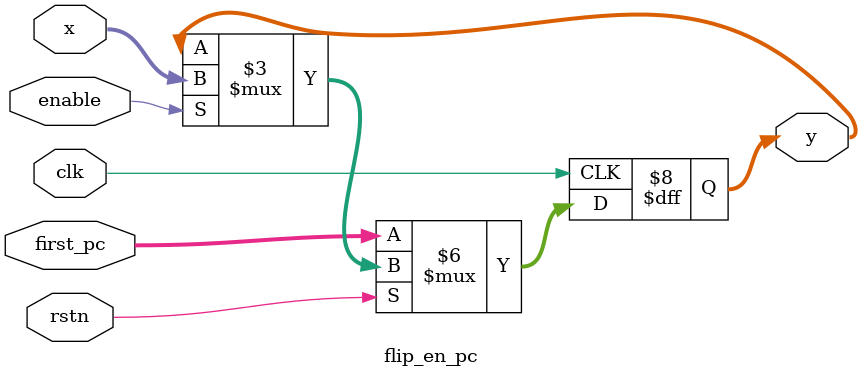
<source format=sv>
`default_nettype wire
module flip_en_clr_1 (
	input logic clk,
	input logic rstn,
	input logic enable,
	input logic clr,
	input logic x,
	output logic y
);
	always_ff @(posedge clk) begin
        if (~rstn || clr) begin
			y <= 0;
        end else if (enable)begin
          	y <= x;
        end
	end
endmodule

module flip_en_clr #(
	parameter N = 32
) (
	input logic clk,
	input logic rstn,
	input logic enable,
	input logic clr,
	input logic [N-1:0] x,
	output logic [N-1:0] y
);
	always_ff @(posedge clk) begin
		if (~rstn || clr) begin
			y <= 0;
		end
		else if(enable) begin
			y <= x;
		end
	end
endmodule
module flip_clr_1 (
	input logic clk,
    input logic rstn,
    input logic clr,
    input logic x,
    output logic y
);
	always_ff @(posedge clk) begin
        if (~rstn || clr) begin
			y <= 0;
        end else begin
			y <= x;
        end
	end
endmodule

module flip_clr_2 (
	input logic clk,
    input logic rstn,
    input logic clr,
    input logic [1:0] x,
    output logic [1:0] y);
	always_ff @(posedge clk) begin
        if (~rstn || clr) begin
			y <= 0;
        end else begin
          	y <= x;
        end
	end
endmodule

module flip_clr #(
	parameter N = 32
) (
	input logic clk,
	input logic rstn,
	input logic clr,
	input logic [N-1:0] x,
	output logic [N-1:0] y
);
	always_ff @(posedge clk) begin
        if (~rstn || clr) begin
			y <= 0;
        end
        else begin
         	 y <= x;
        end
	end
endmodule

//without en and clr
module flip #(
	parameter N = 32
) (
	input logic clk,
	input logic rstn,
	input logic [N-1:0] x,
	output logic [N-1:0] y
);
	always_ff @(posedge clk) begin
		if (~rstn) begin
			y <= 0;
        end else begin
        	y <= x;
        end
	end
endmodule

//flip with enable
module flip_en #(
	parameter N = 32
) (
	input logic clk,
	input logic rstn,
	input logic enable,
	input logic [N-1:0] x,
	output logic [N-1:0] y
);
	always_ff @(posedge clk) begin
		if (~rstn) begin
			y <= 0;
		end else if (enable) begin
			y <= x;
		end
	end
endmodule
module flip_en_pc #(
	parameter N = 32
) (
	input logic clk,
	input logic rstn,
	input logic enable,
	input logic [N-1:0] x,
	output logic [N-1:0] y,
	input logic [N-1:0] first_pc
);
	always_ff @(posedge clk) begin
		if (~rstn) begin
			y <= first_pc;
		end else if (enable) begin
			y <= x;
		end
	end
endmodule

</source>
